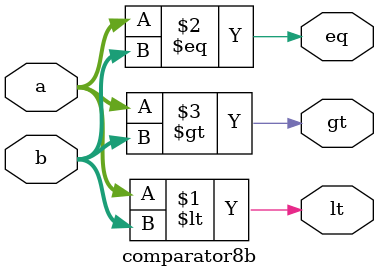
<source format=v>
module comparator8b(output lt, gt, eq, input [7:0]a, b);
	assign lt =a<b;
	assign eq = a==b;
	assign gt = a>b;
endmodule

</source>
